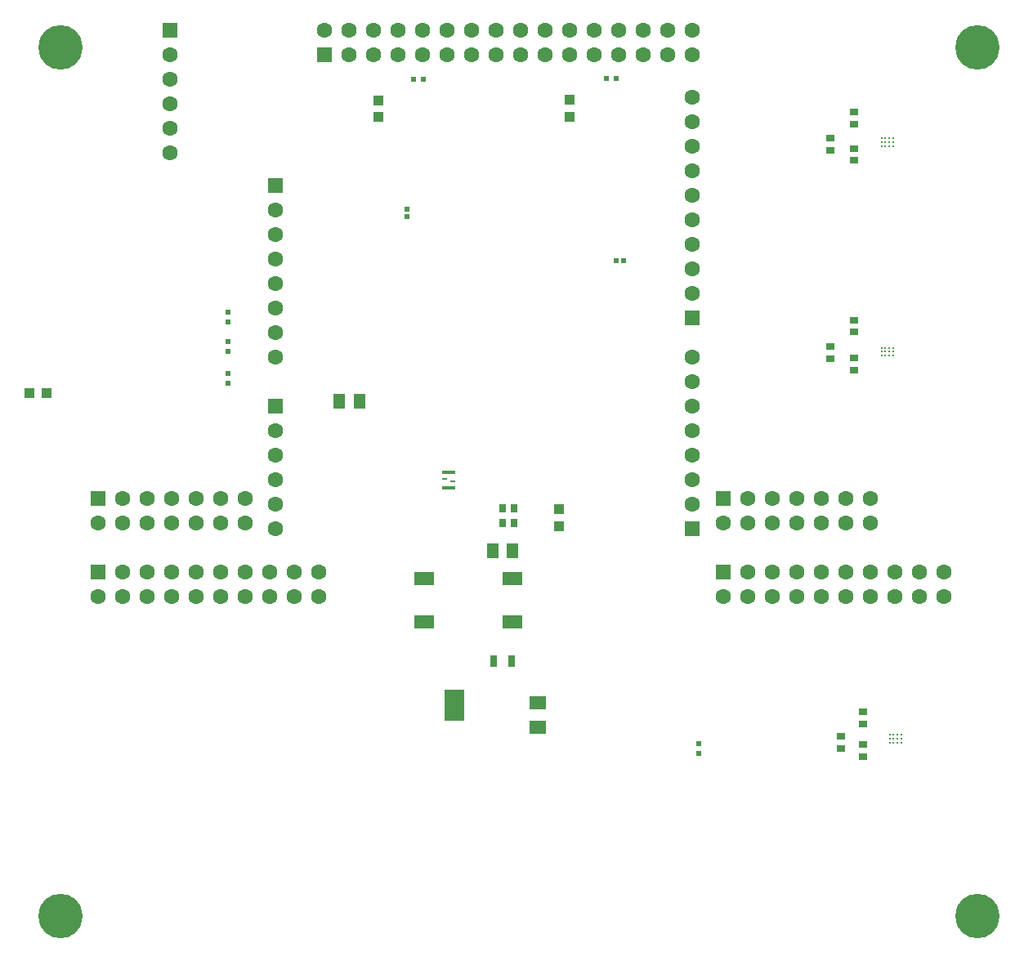
<source format=gts>
G04*
G04 #@! TF.GenerationSoftware,Altium Limited,Altium Designer,20.2.3 (150)*
G04*
G04 Layer_Color=8388736*
%FSLAX25Y25*%
%MOIN*%
G70*
G04*
G04 #@! TF.SameCoordinates,12439D86-AE7D-45F5-80DB-552B17048F2A*
G04*
G04*
G04 #@! TF.FilePolarity,Negative*
G04*
G01*
G75*
%ADD17R,0.03197X0.02985*%
%ADD19R,0.07087X0.05512*%
%ADD23C,0.00837*%
%ADD26R,0.01968X0.01870*%
%ADD28R,0.03150X0.03543*%
%ADD29R,0.04750X0.05938*%
%ADD31R,0.02756X0.05118*%
%ADD33R,0.03985X0.04168*%
%ADD34R,0.01870X0.01968*%
%ADD40R,0.02387X0.02473*%
%ADD41R,0.04168X0.03985*%
%ADD42R,0.05512X0.01575*%
%ADD43R,0.01968X0.00787*%
%ADD44R,0.02473X0.02387*%
%ADD45R,0.08268X0.05433*%
%ADD46R,0.07900X0.12700*%
%ADD47C,0.06299*%
%ADD48R,0.06299X0.06299*%
%ADD49C,0.06299*%
G04:AMPARAMS|DCode=50|XSize=62.99mil|YSize=62.99mil|CornerRadius=4.92mil|HoleSize=0mil|Usage=FLASHONLY|Rotation=0.000|XOffset=0mil|YOffset=0mil|HoleType=Round|Shape=RoundedRectangle|*
%AMROUNDEDRECTD50*
21,1,0.06299,0.05315,0,0,0.0*
21,1,0.05315,0.06299,0,0,0.0*
1,1,0.00984,0.02657,-0.02657*
1,1,0.00984,-0.02657,-0.02657*
1,1,0.00984,-0.02657,0.02657*
1,1,0.00984,0.02657,0.02657*
%
%ADD50ROUNDEDRECTD50*%
%ADD51R,0.06299X0.06299*%
%ADD52C,0.18110*%
%ADD53C,0.18110*%
D17*
X355500Y361568D02*
D03*
Y356631D02*
D03*
Y346768D02*
D03*
Y341831D02*
D03*
X345900Y350969D02*
D03*
Y346031D02*
D03*
X355500Y271831D02*
D03*
Y276768D02*
D03*
X345900Y265968D02*
D03*
Y261032D02*
D03*
X355500Y261268D02*
D03*
Y256331D02*
D03*
X359100Y116868D02*
D03*
Y111932D02*
D03*
X350100Y106968D02*
D03*
Y102032D02*
D03*
X359100Y103469D02*
D03*
Y98532D02*
D03*
D19*
X226600Y110500D02*
D03*
Y120736D02*
D03*
D23*
X371350Y265375D02*
D03*
Y263800D02*
D03*
Y262225D02*
D03*
X369775Y265375D02*
D03*
Y263800D02*
D03*
Y262225D02*
D03*
X368200Y265375D02*
D03*
Y263800D02*
D03*
Y262225D02*
D03*
X366625Y265375D02*
D03*
Y263800D02*
D03*
Y262225D02*
D03*
X374675Y107575D02*
D03*
Y106000D02*
D03*
Y104425D02*
D03*
X373100Y107575D02*
D03*
Y106000D02*
D03*
Y104425D02*
D03*
X371525Y107575D02*
D03*
Y106000D02*
D03*
Y104425D02*
D03*
X369950Y107575D02*
D03*
Y106000D02*
D03*
Y104425D02*
D03*
X371350Y350875D02*
D03*
Y349300D02*
D03*
Y347725D02*
D03*
X369775Y350875D02*
D03*
Y349300D02*
D03*
Y347725D02*
D03*
X368200Y350875D02*
D03*
Y349300D02*
D03*
Y347725D02*
D03*
X366625Y350875D02*
D03*
Y349300D02*
D03*
Y347725D02*
D03*
D26*
X292100Y104036D02*
D03*
Y100000D02*
D03*
X100100Y250982D02*
D03*
Y255018D02*
D03*
Y263982D02*
D03*
Y268018D02*
D03*
Y275982D02*
D03*
Y280018D02*
D03*
D28*
X212100Y194000D02*
D03*
Y199906D02*
D03*
X216824D02*
D03*
Y194000D02*
D03*
D29*
X207963Y182500D02*
D03*
X216237D02*
D03*
X153637Y243700D02*
D03*
X145363D02*
D03*
D31*
X208360Y137500D02*
D03*
X215840D02*
D03*
D33*
X239400Y366652D02*
D03*
Y359748D02*
D03*
X235100Y192648D02*
D03*
Y199552D02*
D03*
X161400Y359548D02*
D03*
Y366452D02*
D03*
D34*
X258418Y375200D02*
D03*
X254382D02*
D03*
X175882Y375000D02*
D03*
X179918D02*
D03*
D40*
X173100Y318968D02*
D03*
Y322031D02*
D03*
D41*
X19148Y247000D02*
D03*
X26052D02*
D03*
D42*
X190100Y208350D02*
D03*
Y214650D02*
D03*
D43*
X191872Y211106D02*
D03*
X188328Y211894D02*
D03*
D44*
X258537Y301000D02*
D03*
X261600D02*
D03*
D45*
X180187Y171319D02*
D03*
X216013D02*
D03*
X180187Y153681D02*
D03*
X216013Y153642D02*
D03*
D46*
X192350Y119550D02*
D03*
D47*
X289400Y395000D02*
D03*
Y385000D02*
D03*
X279400Y395000D02*
D03*
Y385000D02*
D03*
X269400Y395000D02*
D03*
Y385000D02*
D03*
X259400Y395000D02*
D03*
Y385000D02*
D03*
X249400Y395000D02*
D03*
Y385000D02*
D03*
X239400Y395000D02*
D03*
Y385000D02*
D03*
X229400Y395000D02*
D03*
Y385000D02*
D03*
X219400Y395000D02*
D03*
Y385000D02*
D03*
X209400Y395000D02*
D03*
Y385000D02*
D03*
X199400Y395000D02*
D03*
Y385000D02*
D03*
X189400Y395000D02*
D03*
Y385000D02*
D03*
X179400Y395000D02*
D03*
Y385000D02*
D03*
X169400Y395000D02*
D03*
Y385000D02*
D03*
X159400Y395000D02*
D03*
Y385000D02*
D03*
X149400Y395000D02*
D03*
Y385000D02*
D03*
X139400Y395000D02*
D03*
X119600Y261500D02*
D03*
Y271500D02*
D03*
Y281500D02*
D03*
Y291500D02*
D03*
Y301500D02*
D03*
Y311500D02*
D03*
Y321500D02*
D03*
X76600Y345000D02*
D03*
Y355000D02*
D03*
Y365000D02*
D03*
Y375000D02*
D03*
Y385000D02*
D03*
X289600Y287500D02*
D03*
Y307500D02*
D03*
Y317500D02*
D03*
Y327500D02*
D03*
Y337500D02*
D03*
Y347500D02*
D03*
Y357500D02*
D03*
Y367500D02*
D03*
Y297500D02*
D03*
Y261500D02*
D03*
Y251500D02*
D03*
Y241500D02*
D03*
Y231500D02*
D03*
Y221500D02*
D03*
Y211500D02*
D03*
Y201500D02*
D03*
X119600Y231500D02*
D03*
Y221500D02*
D03*
Y211500D02*
D03*
Y201500D02*
D03*
Y191500D02*
D03*
D48*
X139400Y385000D02*
D03*
D49*
X362100Y194000D02*
D03*
Y204000D02*
D03*
X352100Y194000D02*
D03*
Y204000D02*
D03*
X342100Y194000D02*
D03*
Y204000D02*
D03*
X332100Y194000D02*
D03*
Y204000D02*
D03*
X322100Y194000D02*
D03*
Y204000D02*
D03*
X312100Y194000D02*
D03*
Y204000D02*
D03*
X302100Y194000D02*
D03*
Y164000D02*
D03*
X312100Y174000D02*
D03*
Y164000D02*
D03*
X322100Y174000D02*
D03*
Y164000D02*
D03*
X332100Y174000D02*
D03*
Y164000D02*
D03*
X342100Y174000D02*
D03*
Y164000D02*
D03*
X352100Y174000D02*
D03*
Y164000D02*
D03*
X362100Y174000D02*
D03*
Y164000D02*
D03*
X372100Y174000D02*
D03*
Y164000D02*
D03*
X382100Y174000D02*
D03*
Y164000D02*
D03*
X392100Y174000D02*
D03*
Y164000D02*
D03*
X107100Y194000D02*
D03*
Y204000D02*
D03*
X97100Y194000D02*
D03*
Y204000D02*
D03*
X87100Y194000D02*
D03*
Y204000D02*
D03*
X77100Y194000D02*
D03*
Y204000D02*
D03*
X67100Y194000D02*
D03*
Y204000D02*
D03*
X57100Y194000D02*
D03*
Y204000D02*
D03*
X47100Y194000D02*
D03*
Y164000D02*
D03*
X57100Y174000D02*
D03*
Y164000D02*
D03*
X67100Y174000D02*
D03*
Y164000D02*
D03*
X77100Y174000D02*
D03*
Y164000D02*
D03*
X87100Y174000D02*
D03*
Y164000D02*
D03*
X97100Y174000D02*
D03*
Y164000D02*
D03*
X107100Y174000D02*
D03*
Y164000D02*
D03*
X117100Y174000D02*
D03*
Y164000D02*
D03*
X127100Y174000D02*
D03*
Y164000D02*
D03*
X137100Y174000D02*
D03*
Y164000D02*
D03*
D50*
X302100Y204000D02*
D03*
Y174000D02*
D03*
X47100Y204000D02*
D03*
Y174000D02*
D03*
D51*
X119600Y331500D02*
D03*
X76600Y395000D02*
D03*
X289600Y277500D02*
D03*
Y191500D02*
D03*
X119600Y241500D02*
D03*
D52*
X31785Y388016D02*
D03*
D53*
X405915D02*
D03*
Y33685D02*
D03*
X31785D02*
D03*
M02*

</source>
